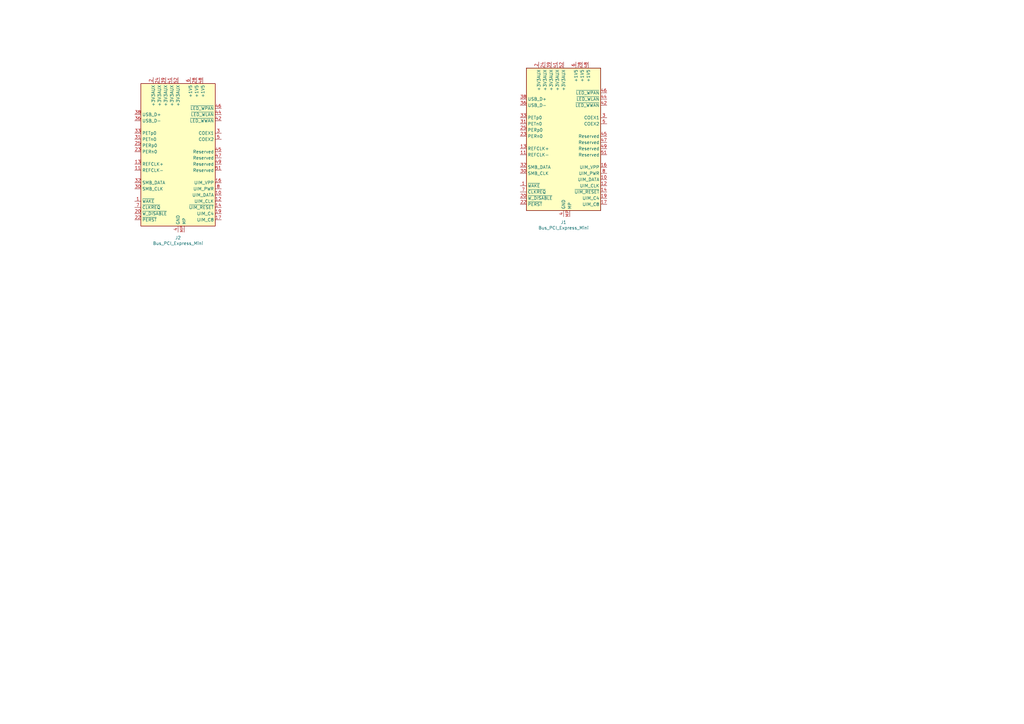
<source format=kicad_sch>
(kicad_sch (version 20200828) (generator eeschema)
  (page 9 10)
  (paper "A3")
  (title_block (title "AP2100") (company "IS ImageStream Internet Solutions, Inc."))
  (lib_symbols
    (symbol "Connector:Bus_PCI_Express_Mini"
      (property "Reference" "J" (at -16.51 31.75 0))
      (property "Value" "Bus_PCI_Express_Mini" (at 22.86 31.75 0))
      (symbol "Bus_PCI_Express_Mini_0_1"
        (rectangle (start -15.24 30.48) (end 15.24 -27.94) (stroke (width 0.254)) (fill (type background)))
      )
      (symbol "Bus_PCI_Express_Mini_1_1"
        (pin open_collector line (at -17.78 -17.78 0) (length 2.54) (name "~WAKE") (number "1"))
        (pin bidirectional line (at 17.78 -15.24 180) (length 2.54) (name "UIM_DATA") (number "10"))
        (pin input line (at -17.78 -5.08 0) (length 2.54) (name "REFCLK-") (number "11"))
        (pin output line (at 17.78 -17.78 180) (length 2.54) (name "UIM_CLK") (number "12"))
        (pin input line (at -17.78 -2.54 0) (length 2.54) (name "REFCLK+") (number "13"))
        (pin output line (at 17.78 -20.32 180) (length 2.54) (name "~UIM_RESET") (number "14"))
        (pin passive line (at 0 -30.48 90) (length 2.54) hide (name "GND") (number "15"))
        (pin power_out line (at 17.78 -10.16 180) (length 2.54) (name "UIM_VPP") (number "16"))
        (pin passive line (at 17.78 -25.4 180) (length 2.54) (name "UIM_C8") (number "17"))
        (pin passive line (at 0 -30.48 90) (length 2.54) hide (name "GND") (number "18"))
        (pin passive line (at 17.78 -22.86 180) (length 2.54) (name "UIM_C4") (number "19"))
        (pin power_in line (at -10.16 33.02 270) (length 2.54) (name "+3V3AUX") (number "2"))
        (pin input line (at -17.78 -22.86 0) (length 2.54) (name "~W_DISABLE") (number "20"))
        (pin passive line (at 0 -30.48 90) (length 2.54) hide (name "GND") (number "21"))
        (pin input line (at -17.78 -25.4 0) (length 2.54) (name "~PERST") (number "22"))
        (pin output line (at -17.78 2.54 0) (length 2.54) (name "PERn0") (number "23"))
        (pin power_in line (at -7.62 33.02 270) (length 2.54) (name "+3V3AUX") (number "24"))
        (pin output line (at -17.78 5.08 0) (length 2.54) (name "PERp0") (number "25"))
        (pin passive line (at 0 -30.48 90) (length 2.54) hide (name "GND") (number "26"))
        (pin passive line (at 0 -30.48 90) (length 2.54) hide (name "GND") (number "27"))
        (pin power_in line (at 7.62 33.02 270) (length 2.54) (name "+1V5") (number "28"))
        (pin passive line (at 0 -30.48 90) (length 2.54) hide (name "GND") (number "29"))
        (pin passive line (at 17.78 10.16 180) (length 2.54) (name "COEX1") (number "3"))
        (pin input line (at -17.78 -12.7 0) (length 2.54) (name "SMB_CLK") (number "30"))
        (pin input line (at -17.78 7.62 0) (length 2.54) (name "PETn0") (number "31"))
        (pin bidirectional line (at -17.78 -10.16 0) (length 2.54) (name "SMB_DATA") (number "32"))
        (pin input line (at -17.78 10.16 0) (length 2.54) (name "PETp0") (number "33"))
        (pin passive line (at 0 -30.48 90) (length 2.54) hide (name "GND") (number "34"))
        (pin passive line (at 0 -30.48 90) (length 2.54) hide (name "GND") (number "35"))
        (pin bidirectional line (at -17.78 15.24 0) (length 2.54) (name "USB_D-") (number "36"))
        (pin passive line (at 0 -30.48 90) (length 2.54) hide (name "GND") (number "37"))
        (pin bidirectional line (at -17.78 17.78 0) (length 2.54) (name "USB_D+") (number "38"))
        (pin power_in line (at -5.08 33.02 270) (length 2.54) (name "+3V3AUX") (number "39"))
        (pin power_in line (at 0 -30.48 90) (length 2.54) (name "GND") (number "4"))
        (pin passive line (at 0 -30.48 90) (length 2.54) hide (name "GND") (number "40"))
        (pin power_in line (at -2.54 33.02 270) (length 2.54) (name "+3V3AUX") (number "41"))
        (pin open_collector line (at 17.78 15.24 180) (length 2.54) (name "~LED_WWAN") (number "42"))
        (pin passive line (at 0 -30.48 90) (length 2.54) hide (name "GND") (number "43"))
        (pin open_collector line (at 17.78 17.78 180) (length 2.54) (name "~LED_WLAN") (number "44"))
        (pin passive line (at 17.78 2.54 180) (length 2.54) (name "Reserved") (number "45"))
        (pin open_collector line (at 17.78 20.32 180) (length 2.54) (name "~LED_WPAN") (number "46"))
        (pin passive line (at 17.78 0 180) (length 2.54) (name "Reserved") (number "47"))
        (pin power_in line (at 10.16 33.02 270) (length 2.54) (name "+1V5") (number "48"))
        (pin passive line (at 17.78 -2.54 180) (length 2.54) (name "Reserved") (number "49"))
        (pin passive line (at 17.78 7.62 180) (length 2.54) (name "COEX2") (number "5"))
        (pin passive line (at 0 -30.48 90) (length 2.54) hide (name "GND") (number "50"))
        (pin passive line (at 17.78 -5.08 180) (length 2.54) (name "Reserved") (number "51"))
        (pin power_in line (at 0 33.02 270) (length 2.54) (name "+3V3AUX") (number "52"))
        (pin power_in line (at 5.08 33.02 270) (length 2.54) (name "+1V5") (number "6"))
        (pin open_collector line (at -17.78 -20.32 0) (length 2.54) (name "~CLKREQ") (number "7"))
        (pin power_out line (at 17.78 -12.7 180) (length 2.54) (name "UIM_PWR") (number "8"))
        (pin passive line (at 0 -30.48 90) (length 2.54) hide (name "GND") (number "9"))
        (pin passive line (at 2.54 -30.48 90) (length 2.54) (name "MP") (number "MP"))
      )
    )
  )
  (symbol (lib_id "Connector:Bus_PCI_Express_Mini") (at 73.025 64.77 0) (unit 1)
    (property "Reference" "J2" (at 73.025 97.5106 0))
    (property "Value" "Bus_PCI_Express_Mini" (at 73.025 99.822 0))
    (property "Footprint" "Connector_PCBEdge:BUS_PCI_Express_Mini_Full" (effects hide))
    (property "MFR" "-" (effects hide))
    (property "MPN" "-" (effects hide))
    (property "SPR" "-" (effects hide))
    (property "SPN" "-" (effects hide))
    (property "SPURL" "-" (effects hide))
  )
  (symbol (lib_id "Connector:Bus_PCI_Express_Mini") (at 231.14 58.42 0) (unit 1)
    (property "Reference" "J1" (at 231.14 91.1606 0))
    (property "Value" "Bus_PCI_Express_Mini" (at 231.14 93.472 0))
    (property "Footprint" "Connector_PCBEdge:BUS_PCI_Express_Mini_Full" (effects hide))
    (property "MFR" "-" (effects hide))
    (property "MPN" "-" (effects hide))
    (property "SPR" "-" (effects hide))
    (property "SPN" "-" (effects hide))
    (property "SPURL" "-" (effects hide))
  )
)
</source>
